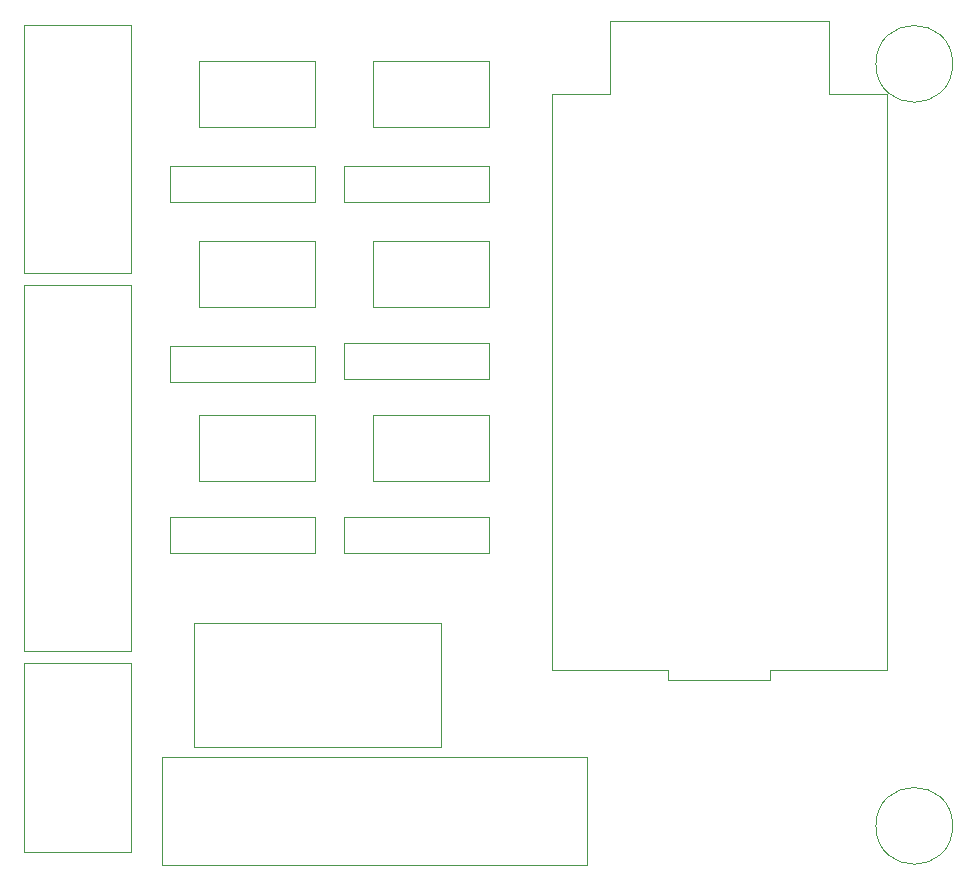
<source format=gbr>
G04 #@! TF.GenerationSoftware,KiCad,Pcbnew,(5.1.5)-3*
G04 #@! TF.CreationDate,2020-04-24T15:39:01+02:00*
G04 #@! TF.ProjectId,PlacaIOAzimut,506c6163-6149-44f4-917a-696d75742e6b,rev?*
G04 #@! TF.SameCoordinates,Original*
G04 #@! TF.FileFunction,Other,User*
%FSLAX46Y46*%
G04 Gerber Fmt 4.6, Leading zero omitted, Abs format (unit mm)*
G04 Created by KiCad (PCBNEW (5.1.5)-3) date 2020-04-24 15:39:01*
%MOMM*%
%LPD*%
G04 APERTURE LIST*
%ADD10C,0.050000*%
G04 APERTURE END LIST*
D10*
X125170000Y-111760000D02*
G75*
G03X125170000Y-111760000I-3250000J0D01*
G01*
X125170000Y-47244000D02*
G75*
G03X125170000Y-47244000I-3250000J0D01*
G01*
X46504000Y-97998000D02*
X46504000Y-113998000D01*
X55604000Y-97998000D02*
X46504000Y-97998000D01*
X55604000Y-113998000D02*
X55604000Y-97998000D01*
X46504000Y-113998000D02*
X55604000Y-113998000D01*
X85886000Y-62204000D02*
X76086000Y-62204000D01*
X85886000Y-67854000D02*
X85886000Y-62204000D01*
X76086000Y-67854000D02*
X85886000Y-67854000D01*
X76086000Y-62204000D02*
X76086000Y-67854000D01*
X85886000Y-76936000D02*
X76086000Y-76936000D01*
X85886000Y-82586000D02*
X85886000Y-76936000D01*
X76086000Y-82586000D02*
X85886000Y-82586000D01*
X76086000Y-76936000D02*
X76086000Y-82586000D01*
X71154000Y-76936000D02*
X61354000Y-76936000D01*
X71154000Y-82586000D02*
X71154000Y-76936000D01*
X61354000Y-82586000D02*
X71154000Y-82586000D01*
X61354000Y-76936000D02*
X61354000Y-82586000D01*
X73626000Y-88622000D02*
X85886000Y-88622000D01*
X73626000Y-85622000D02*
X73626000Y-88622000D01*
X85886000Y-85622000D02*
X73626000Y-85622000D01*
X85886000Y-88622000D02*
X85886000Y-85622000D01*
X58894000Y-88622000D02*
X71154000Y-88622000D01*
X58894000Y-85622000D02*
X58894000Y-88622000D01*
X71154000Y-85622000D02*
X58894000Y-85622000D01*
X71154000Y-88622000D02*
X71154000Y-85622000D01*
X73626000Y-73890000D02*
X85886000Y-73890000D01*
X73626000Y-70890000D02*
X73626000Y-73890000D01*
X85886000Y-70890000D02*
X73626000Y-70890000D01*
X85886000Y-73890000D02*
X85886000Y-70890000D01*
X46504000Y-65980000D02*
X46504000Y-96980000D01*
X55604000Y-65980000D02*
X46504000Y-65980000D01*
X55604000Y-96980000D02*
X55604000Y-65980000D01*
X46504000Y-96980000D02*
X55604000Y-96980000D01*
X58186000Y-115040000D02*
X94186000Y-115040000D01*
X58186000Y-105940000D02*
X58186000Y-115040000D01*
X94186000Y-105940000D02*
X58186000Y-105940000D01*
X94186000Y-115040000D02*
X94186000Y-105940000D01*
X46504000Y-43976000D02*
X46504000Y-64976000D01*
X55604000Y-43976000D02*
X46504000Y-43976000D01*
X55604000Y-64976000D02*
X55604000Y-43976000D01*
X46504000Y-64976000D02*
X55604000Y-64976000D01*
X71154000Y-58904000D02*
X71154000Y-55904000D01*
X71154000Y-55904000D02*
X58894000Y-55904000D01*
X58894000Y-55904000D02*
X58894000Y-58904000D01*
X58894000Y-58904000D02*
X71154000Y-58904000D01*
X73626000Y-58904000D02*
X85886000Y-58904000D01*
X73626000Y-55904000D02*
X73626000Y-58904000D01*
X85886000Y-55904000D02*
X73626000Y-55904000D01*
X85886000Y-58904000D02*
X85886000Y-55904000D01*
X71154000Y-74144000D02*
X71154000Y-71144000D01*
X71154000Y-71144000D02*
X58894000Y-71144000D01*
X58894000Y-71144000D02*
X58894000Y-74144000D01*
X58894000Y-74144000D02*
X71154000Y-74144000D01*
X61354000Y-46964000D02*
X61354000Y-52614000D01*
X61354000Y-52614000D02*
X71154000Y-52614000D01*
X71154000Y-52614000D02*
X71154000Y-46964000D01*
X71154000Y-46964000D02*
X61354000Y-46964000D01*
X85886000Y-46964000D02*
X76086000Y-46964000D01*
X85886000Y-52614000D02*
X85886000Y-46964000D01*
X76086000Y-52614000D02*
X85886000Y-52614000D01*
X76086000Y-46964000D02*
X76086000Y-52614000D01*
X61354000Y-62204000D02*
X61354000Y-67854000D01*
X61354000Y-67854000D02*
X71154000Y-67854000D01*
X71154000Y-67854000D02*
X71154000Y-62204000D01*
X71154000Y-62204000D02*
X61354000Y-62204000D01*
X81814000Y-94562000D02*
X60964000Y-94562000D01*
X60964000Y-94562000D02*
X60964000Y-105112000D01*
X60964000Y-105112000D02*
X81814000Y-105112000D01*
X81814000Y-105112000D02*
X81814000Y-94562000D01*
X109720000Y-98548000D02*
X119610000Y-98548000D01*
X109720000Y-99418000D02*
X109720000Y-98548000D01*
X101090000Y-99418000D02*
X109720000Y-99418000D01*
X101090000Y-98548000D02*
X101090000Y-99418000D01*
X91210000Y-98548000D02*
X101090000Y-98548000D01*
X114660000Y-43618000D02*
X114660000Y-49788000D01*
X96160000Y-43618000D02*
X114660000Y-43618000D01*
X96160000Y-49788000D02*
X96160000Y-43618000D01*
X96160000Y-49788000D02*
X91210000Y-49788000D01*
X119610000Y-49788000D02*
X114660000Y-49788000D01*
X119610000Y-98548000D02*
X119610000Y-49788000D01*
X91210000Y-49788000D02*
X91210000Y-98548000D01*
M02*

</source>
